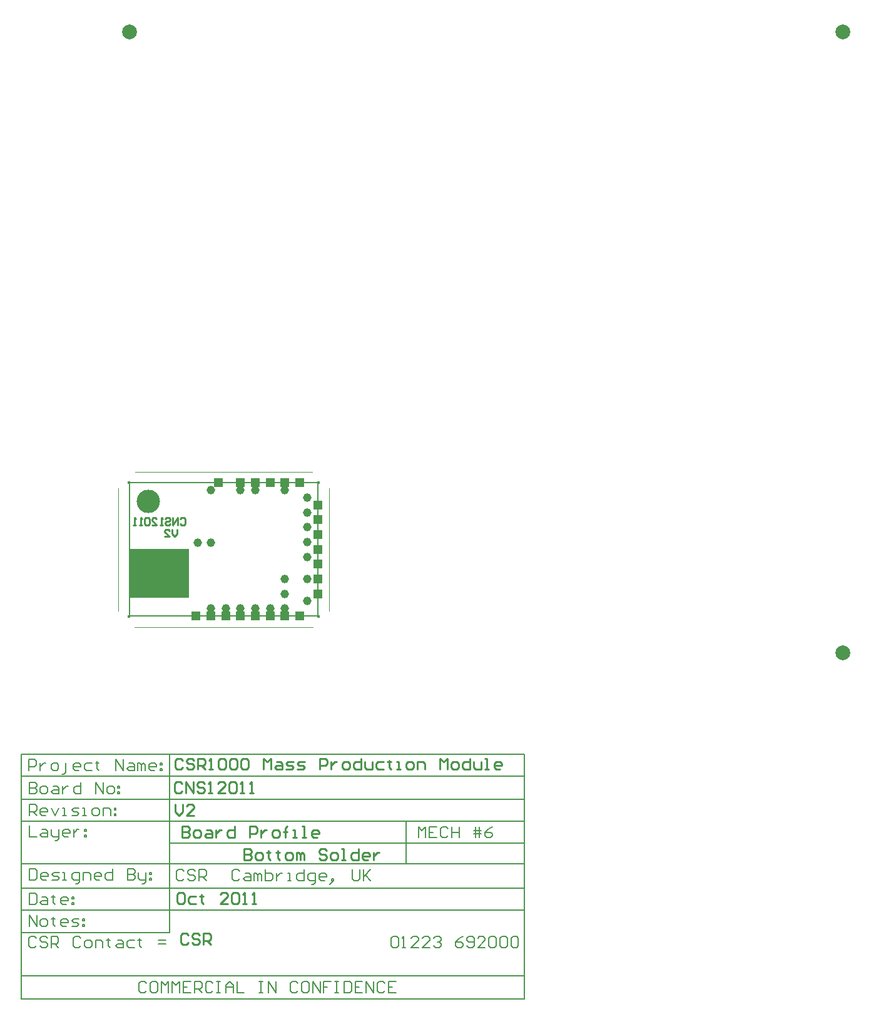
<source format=gbs>
%FSAX44Y44*%
%MOMM*%
G71*
G01*
G75*
G04 Layer_Color=16711935*
%ADD10R,0.6000X1.9000*%
%ADD11R,0.3500X0.5000*%
%ADD12R,0.5000X0.3500*%
%ADD13R,3.2000X3.2000*%
%ADD14R,1.4000X1.1000*%
%ADD15R,0.6000X1.2000*%
%ADD16R,1.3000X2.1000*%
%ADD17R,1.0000X1.2000*%
%ADD18R,0.5000X0.5000*%
%ADD19C,1.0000*%
%ADD20R,0.5000X0.5000*%
%ADD21C,0.2600*%
%ADD22C,0.2000*%
%ADD23C,0.1500*%
%ADD24C,0.4500*%
%ADD25C,0.3500*%
%ADD26C,0.1250*%
%ADD27C,0.4000*%
%ADD28C,0.2540*%
%ADD29C,0.3000*%
%ADD30C,0.5000*%
%ADD31C,0.0000*%
%ADD32C,0.1000*%
%ADD33R,1.0000X1.0000*%
%ADD34C,0.3000*%
%ADD35R,1.0000X1.0000*%
%ADD36C,3.0000*%
%ADD37C,0.6000*%
%ADD38C,0.0142*%
%ADD39C,0.0203*%
%ADD40C,0.0081*%
%ADD41R,8.0500X2.8750*%
%ADD42R,7.5500X1.0250*%
%ADD43R,0.7500X2.0500*%
%ADD44R,0.5100X0.6600*%
%ADD45R,0.6600X0.5100*%
%ADD46R,3.3600X3.3600*%
%ADD47R,1.5500X1.2500*%
%ADD48R,0.7600X1.3600*%
%ADD49R,1.4500X2.2500*%
%ADD50R,1.1500X1.3500*%
%ADD51R,0.6500X0.6500*%
%ADD52C,2.0000*%
%ADD53R,0.6500X0.6500*%
%ADD54R,1.1600X1.1600*%
%ADD55C,0.4500*%
%ADD56R,1.1600X1.1600*%
%ADD57C,3.1600*%
%ADD58C,0.7600*%
%ADD59C,1.1600*%
%ADD60R,8.0750X6.6000*%
%ADD61C,1.1500*%
D22*
X00967940Y00282760D02*
Y00432640D01*
X00287837Y00282569D02*
X00967836D01*
X00807837Y00465498D02*
Y00522569D01*
X00487940Y00493569D02*
X00761837D01*
X00487940Y00405173D02*
Y00432640D01*
X00287940Y00416569D02*
Y00432640D01*
X00757836Y00493569D02*
X00967940D01*
X00287837Y00372569D02*
X00487836D01*
X00287940Y00282760D02*
Y00416569D01*
Y00613760D02*
X00967940Y00613640D01*
X00287940Y00552640D02*
X00477940Y00552640D01*
X00287940Y00522640D02*
X00477940D01*
X00287940Y00432640D02*
X00477940D01*
X00287940Y00402640D02*
X00477940D01*
X00487940Y00432640D02*
Y00613760D01*
X00287940Y00432640D02*
Y00613760D01*
X00477940Y00552640D02*
X00967940D01*
X00477940Y00522640D02*
X00967940D01*
X00477940Y00432640D02*
X00967940D01*
X00477940Y00402640D02*
X00967940D01*
Y00432640D02*
Y00613640D01*
X00487940Y00372569D02*
Y00405173D01*
X00287940Y00465569D02*
X00967940D01*
X00287940Y00583569D02*
X00967940D01*
X00287940Y00313569D02*
X00967940D01*
X00456937Y00303256D02*
X00454437Y00305755D01*
X00449439D01*
X00446940Y00303256D01*
Y00293259D01*
X00449439Y00290760D01*
X00454437D01*
X00456937Y00293259D01*
X00469433Y00305755D02*
X00464434D01*
X00461935Y00303256D01*
Y00293259D01*
X00464434Y00290760D01*
X00469433D01*
X00471932Y00293259D01*
Y00303256D01*
X00469433Y00305755D01*
X00476930Y00290760D02*
Y00305755D01*
X00481929Y00300757D01*
X00486927Y00305755D01*
Y00290760D01*
X00491925D02*
Y00305755D01*
X00496924Y00300757D01*
X00501922Y00305755D01*
Y00290760D01*
X00516917Y00305755D02*
X00506921D01*
Y00290760D01*
X00516917D01*
X00506921Y00298258D02*
X00511919D01*
X00521916Y00290760D02*
Y00305755D01*
X00529413D01*
X00531912Y00303256D01*
Y00298258D01*
X00529413Y00295758D01*
X00521916D01*
X00526914D02*
X00531912Y00290760D01*
X00546908Y00303256D02*
X00544408Y00305755D01*
X00539410D01*
X00536911Y00303256D01*
Y00293259D01*
X00539410Y00290760D01*
X00544408D01*
X00546908Y00293259D01*
X00551906Y00305755D02*
X00556904D01*
X00554405D01*
Y00290760D01*
X00551906D01*
X00556904D01*
X00564402D02*
Y00300757D01*
X00569400Y00305755D01*
X00574399Y00300757D01*
Y00290760D01*
Y00298258D01*
X00564402D01*
X00579397Y00305755D02*
Y00290760D01*
X00589394D01*
X00609387Y00305755D02*
X00614386D01*
X00611887D01*
Y00290760D01*
X00609387D01*
X00614386D01*
X00621883D02*
Y00305755D01*
X00631880Y00290760D01*
Y00305755D01*
X00661870Y00303256D02*
X00659371Y00305755D01*
X00654373D01*
X00651874Y00303256D01*
Y00293259D01*
X00654373Y00290760D01*
X00659371D01*
X00661870Y00293259D01*
X00674366Y00305755D02*
X00669368D01*
X00666869Y00303256D01*
Y00293259D01*
X00669368Y00290760D01*
X00674366D01*
X00676865Y00293259D01*
Y00303256D01*
X00674366Y00305755D01*
X00681864Y00290760D02*
Y00305755D01*
X00691861Y00290760D01*
Y00305755D01*
X00706856D02*
X00696859D01*
Y00298258D01*
X00701857D01*
X00696859D01*
Y00290760D01*
X00711854Y00305755D02*
X00716853D01*
X00714353D01*
Y00290760D01*
X00711854D01*
X00716853D01*
X00724350Y00305755D02*
Y00290760D01*
X00731848D01*
X00734347Y00293259D01*
Y00303256D01*
X00731848Y00305755D01*
X00724350D01*
X00749342D02*
X00739345D01*
Y00290760D01*
X00749342D01*
X00739345Y00298258D02*
X00744344D01*
X00754341Y00290760D02*
Y00305755D01*
X00764337Y00290760D01*
Y00305755D01*
X00779332Y00303256D02*
X00776833Y00305755D01*
X00771835D01*
X00769336Y00303256D01*
Y00293259D01*
X00771835Y00290760D01*
X00776833D01*
X00779332Y00293259D01*
X00794327Y00305755D02*
X00784331D01*
Y00290760D01*
X00794327D01*
X00784331Y00298258D02*
X00789329D01*
X00298336Y00380569D02*
Y00395564D01*
X00308333Y00380569D01*
Y00395564D01*
X00315831Y00380569D02*
X00320829D01*
X00323328Y00383068D01*
Y00388067D01*
X00320829Y00390566D01*
X00315831D01*
X00313332Y00388067D01*
Y00383068D01*
X00315831Y00380569D01*
X00330826Y00393065D02*
Y00390566D01*
X00328327D01*
X00333325D01*
X00330826D01*
Y00383068D01*
X00333325Y00380569D01*
X00348320D02*
X00343322D01*
X00340823Y00383068D01*
Y00388067D01*
X00343322Y00390566D01*
X00348320D01*
X00350819Y00388067D01*
Y00385568D01*
X00340823D01*
X00355818Y00380569D02*
X00363315D01*
X00365815Y00383068D01*
X00363315Y00385568D01*
X00358317D01*
X00355818Y00388067D01*
X00358317Y00390566D01*
X00365815D01*
X00370813D02*
X00373312D01*
Y00388067D01*
X00370813D01*
Y00390566D01*
Y00383068D02*
X00373312D01*
Y00380569D01*
X00370813D01*
Y00383068D01*
X00298336Y00530569D02*
Y00545564D01*
X00305834D01*
X00308333Y00543065D01*
Y00538067D01*
X00305834Y00535568D01*
X00298336D01*
X00303335D02*
X00308333Y00530569D01*
X00320829D02*
X00315831D01*
X00313332Y00533068D01*
Y00538067D01*
X00315831Y00540566D01*
X00320829D01*
X00323328Y00538067D01*
Y00535568D01*
X00313332D01*
X00328327Y00540566D02*
X00333325Y00530569D01*
X00338324Y00540566D01*
X00343322Y00530569D02*
X00348320D01*
X00345821D01*
Y00540566D01*
X00343322D01*
X00355818Y00530569D02*
X00363315D01*
X00365815Y00533068D01*
X00363315Y00535568D01*
X00358317D01*
X00355818Y00538067D01*
X00358317Y00540566D01*
X00365815D01*
X00370813Y00530569D02*
X00375811D01*
X00373312D01*
Y00540566D01*
X00370813D01*
X00385808Y00530569D02*
X00390807D01*
X00393306Y00533068D01*
Y00538067D01*
X00390807Y00540566D01*
X00385808D01*
X00383309Y00538067D01*
Y00533068D01*
X00385808Y00530569D01*
X00398304D02*
Y00540566D01*
X00405802D01*
X00408301Y00538067D01*
Y00530569D01*
X00413299Y00540566D02*
X00415798D01*
Y00538067D01*
X00413299D01*
Y00540566D01*
Y00533068D02*
X00415798D01*
Y00530569D01*
X00413299D01*
Y00533068D01*
X00298336Y00516564D02*
Y00501569D01*
X00308333D01*
X00315831Y00511566D02*
X00320829D01*
X00323328Y00509067D01*
Y00501569D01*
X00315831D01*
X00313332Y00504068D01*
X00315831Y00506567D01*
X00323328D01*
X00328327Y00511566D02*
Y00504068D01*
X00330826Y00501569D01*
X00338324D01*
Y00499070D01*
X00335824Y00496571D01*
X00333325D01*
X00338324Y00501569D02*
Y00511566D01*
X00350819Y00501569D02*
X00345821D01*
X00343322Y00504068D01*
Y00509067D01*
X00345821Y00511566D01*
X00350819D01*
X00353319Y00509067D01*
Y00506567D01*
X00343322D01*
X00358317Y00511566D02*
Y00501569D01*
Y00506567D01*
X00360816Y00509067D01*
X00363315Y00511566D01*
X00365815D01*
X00373312D02*
X00375811D01*
Y00509067D01*
X00373312D01*
Y00511566D01*
Y00504068D02*
X00375811D01*
Y00501569D01*
X00373312D01*
Y00504068D01*
X00298836Y00458564D02*
Y00443569D01*
X00306334D01*
X00308833Y00446068D01*
Y00456065D01*
X00306334Y00458564D01*
X00298836D01*
X00321329Y00443569D02*
X00316331D01*
X00313832Y00446068D01*
Y00451067D01*
X00316331Y00453566D01*
X00321329D01*
X00323828Y00451067D01*
Y00448568D01*
X00313832D01*
X00328827Y00443569D02*
X00336324D01*
X00338824Y00446068D01*
X00336324Y00448568D01*
X00331326D01*
X00328827Y00451067D01*
X00331326Y00453566D01*
X00338824D01*
X00343822Y00443569D02*
X00348820D01*
X00346321D01*
Y00453566D01*
X00343822D01*
X00361316Y00438571D02*
X00363815D01*
X00366315Y00441070D01*
Y00453566D01*
X00358817D01*
X00356318Y00451067D01*
Y00446068D01*
X00358817Y00443569D01*
X00366315D01*
X00371313D02*
Y00453566D01*
X00378811D01*
X00381310Y00451067D01*
Y00443569D01*
X00393806D02*
X00388807D01*
X00386308Y00446068D01*
Y00451067D01*
X00388807Y00453566D01*
X00393806D01*
X00396305Y00451067D01*
Y00448568D01*
X00386308D01*
X00411300Y00458564D02*
Y00443569D01*
X00403802D01*
X00401303Y00446068D01*
Y00451067D01*
X00403802Y00453566D01*
X00411300D01*
X00431293Y00458564D02*
Y00443569D01*
X00438791D01*
X00441290Y00446068D01*
Y00448568D01*
X00438791Y00451067D01*
X00431293D01*
X00438791D01*
X00441290Y00453566D01*
Y00456065D01*
X00438791Y00458564D01*
X00431293D01*
X00446289Y00453566D02*
Y00446068D01*
X00448788Y00443569D01*
X00456285D01*
Y00441070D01*
X00453786Y00438571D01*
X00451287D01*
X00456285Y00443569D02*
Y00453566D01*
X00461284D02*
X00463783D01*
Y00451067D01*
X00461284D01*
Y00453566D01*
Y00446068D02*
X00463783D01*
Y00443569D01*
X00461284D01*
Y00446068D01*
X00298336Y00425564D02*
Y00410569D01*
X00305834D01*
X00308333Y00413068D01*
Y00423065D01*
X00305834Y00425564D01*
X00298336D01*
X00315831Y00420566D02*
X00320829D01*
X00323328Y00418067D01*
Y00410569D01*
X00315831D01*
X00313332Y00413068D01*
X00315831Y00415568D01*
X00323328D01*
X00330826Y00423065D02*
Y00420566D01*
X00328327D01*
X00333325D01*
X00330826D01*
Y00413068D01*
X00333325Y00410569D01*
X00348320D02*
X00343322D01*
X00340823Y00413068D01*
Y00418067D01*
X00343322Y00420566D01*
X00348320D01*
X00350819Y00418067D01*
Y00415568D01*
X00340823D01*
X00355818Y00420566D02*
X00358317D01*
Y00418067D01*
X00355818D01*
Y00420566D01*
Y00413068D02*
X00358317D01*
Y00410569D01*
X00355818D01*
Y00413068D01*
X00507937Y00455136D02*
X00505438Y00457635D01*
X00500439D01*
X00497940Y00455136D01*
Y00445139D01*
X00500439Y00442640D01*
X00505438D01*
X00507937Y00445139D01*
X00522932Y00455136D02*
X00520433Y00457635D01*
X00515434D01*
X00512935Y00455136D01*
Y00452637D01*
X00515434Y00450137D01*
X00520433D01*
X00522932Y00447638D01*
Y00445139D01*
X00520433Y00442640D01*
X00515434D01*
X00512935Y00445139D01*
X00527930Y00442640D02*
Y00457635D01*
X00535428D01*
X00537927Y00455136D01*
Y00450137D01*
X00535428Y00447638D01*
X00527930D01*
X00532929D02*
X00537927Y00442640D01*
X00582912Y00455136D02*
X00580413Y00457635D01*
X00575415D01*
X00572916Y00455136D01*
Y00445139D01*
X00575415Y00442640D01*
X00580413D01*
X00582912Y00445139D01*
X00590410Y00452637D02*
X00595409D01*
X00597908Y00450137D01*
Y00442640D01*
X00590410D01*
X00587911Y00445139D01*
X00590410Y00447638D01*
X00597908D01*
X00602906Y00442640D02*
Y00452637D01*
X00605405D01*
X00607904Y00450137D01*
Y00442640D01*
Y00450137D01*
X00610404Y00452637D01*
X00612903Y00450137D01*
Y00442640D01*
X00617901Y00457635D02*
Y00442640D01*
X00625399D01*
X00627898Y00445139D01*
Y00447638D01*
Y00450137D01*
X00625399Y00452637D01*
X00617901D01*
X00632896D02*
Y00442640D01*
Y00447638D01*
X00635396Y00450137D01*
X00637895Y00452637D01*
X00640394D01*
X00647891Y00442640D02*
X00652890D01*
X00650391D01*
Y00452637D01*
X00647891D01*
X00670384Y00457635D02*
Y00442640D01*
X00662887D01*
X00660387Y00445139D01*
Y00450137D01*
X00662887Y00452637D01*
X00670384D01*
X00680381Y00437641D02*
X00682880D01*
X00685379Y00440141D01*
Y00452637D01*
X00677882D01*
X00675383Y00450137D01*
Y00445139D01*
X00677882Y00442640D01*
X00685379D01*
X00697875D02*
X00692877D01*
X00690378Y00445139D01*
Y00450137D01*
X00692877Y00452637D01*
X00697875D01*
X00700375Y00450137D01*
Y00447638D01*
X00690378D01*
X00707872Y00440141D02*
X00710371Y00442640D01*
Y00445139D01*
X00707872D01*
Y00442640D01*
X00710371D01*
X00707872Y00440141D01*
X00705373Y00437641D01*
X00735363Y00457635D02*
Y00445139D01*
X00737862Y00442640D01*
X00742861D01*
X00745360Y00445139D01*
Y00457635D01*
X00750358D02*
Y00442640D01*
Y00447638D01*
X00760355Y00457635D01*
X00752858Y00450137D01*
X00760355Y00442640D01*
X00824837Y00500569D02*
Y00515564D01*
X00829835Y00510566D01*
X00834834Y00515564D01*
Y00500569D01*
X00849829Y00515564D02*
X00839832D01*
Y00500569D01*
X00849829D01*
X00839832Y00508067D02*
X00844830D01*
X00864824Y00513065D02*
X00862325Y00515564D01*
X00857327D01*
X00854827Y00513065D01*
Y00503068D01*
X00857327Y00500569D01*
X00862325D01*
X00864824Y00503068D01*
X00869822Y00515564D02*
Y00500569D01*
Y00508067D01*
X00879819D01*
Y00515564D01*
Y00500569D01*
X00902312D02*
Y00515564D01*
X00907310D02*
Y00500569D01*
X00899813Y00510566D02*
X00907310D01*
X00909809D01*
X00899813Y00505567D02*
X00909809D01*
X00924805Y00515564D02*
X00919806Y00513065D01*
X00914808Y00508067D01*
Y00503068D01*
X00917307Y00500569D01*
X00922305D01*
X00924805Y00503068D01*
Y00505567D01*
X00922305Y00508067D01*
X00914808D01*
X00298336Y00575564D02*
Y00560569D01*
X00305834D01*
X00308333Y00563068D01*
Y00565568D01*
X00305834Y00568067D01*
X00298336D01*
X00305834D01*
X00308333Y00570566D01*
Y00573065D01*
X00305834Y00575564D01*
X00298336D01*
X00315831Y00560569D02*
X00320829D01*
X00323328Y00563068D01*
Y00568067D01*
X00320829Y00570566D01*
X00315831D01*
X00313332Y00568067D01*
Y00563068D01*
X00315831Y00560569D01*
X00330826Y00570566D02*
X00335824D01*
X00338324Y00568067D01*
Y00560569D01*
X00330826D01*
X00328327Y00563068D01*
X00330826Y00565568D01*
X00338324D01*
X00343322Y00570566D02*
Y00560569D01*
Y00565568D01*
X00345821Y00568067D01*
X00348320Y00570566D01*
X00350819D01*
X00368314Y00575564D02*
Y00560569D01*
X00360816D01*
X00358317Y00563068D01*
Y00568067D01*
X00360816Y00570566D01*
X00368314D01*
X00388307Y00560569D02*
Y00575564D01*
X00398304Y00560569D01*
Y00575564D01*
X00405802Y00560569D02*
X00410800D01*
X00413299Y00563068D01*
Y00568067D01*
X00410800Y00570566D01*
X00405802D01*
X00403302Y00568067D01*
Y00563068D01*
X00405802Y00560569D01*
X00418298Y00570566D02*
X00420797D01*
Y00568067D01*
X00418298D01*
Y00570566D01*
Y00563068D02*
X00420797D01*
Y00560569D01*
X00418298D01*
Y00563068D01*
X00307937Y00364256D02*
X00305438Y00366755D01*
X00300439D01*
X00297940Y00364256D01*
Y00354259D01*
X00300439Y00351760D01*
X00305438D01*
X00307937Y00354259D01*
X00322932Y00364256D02*
X00320433Y00366755D01*
X00315434D01*
X00312935Y00364256D01*
Y00361757D01*
X00315434Y00359258D01*
X00320433D01*
X00322932Y00356758D01*
Y00354259D01*
X00320433Y00351760D01*
X00315434D01*
X00312935Y00354259D01*
X00327930Y00351760D02*
Y00366755D01*
X00335428D01*
X00337927Y00364256D01*
Y00359258D01*
X00335428Y00356758D01*
X00327930D01*
X00332929D02*
X00337927Y00351760D01*
X00367917Y00364256D02*
X00365418Y00366755D01*
X00360420D01*
X00357921Y00364256D01*
Y00354259D01*
X00360420Y00351760D01*
X00365418D01*
X00367917Y00354259D01*
X00375415Y00351760D02*
X00380413D01*
X00382912Y00354259D01*
Y00359258D01*
X00380413Y00361757D01*
X00375415D01*
X00372916Y00359258D01*
Y00354259D01*
X00375415Y00351760D01*
X00387911D02*
Y00361757D01*
X00395408D01*
X00397908Y00359258D01*
Y00351760D01*
X00405405Y00364256D02*
Y00361757D01*
X00402906D01*
X00407904D01*
X00405405D01*
Y00354259D01*
X00407904Y00351760D01*
X00417901Y00361757D02*
X00422900D01*
X00425399Y00359258D01*
Y00351760D01*
X00417901D01*
X00415402Y00354259D01*
X00417901Y00356758D01*
X00425399D01*
X00440394Y00361757D02*
X00432896D01*
X00430397Y00359258D01*
Y00354259D01*
X00432896Y00351760D01*
X00440394D01*
X00447891Y00364256D02*
Y00361757D01*
X00445392D01*
X00450391D01*
X00447891D01*
Y00354259D01*
X00450391Y00351760D01*
X00472883Y00356758D02*
X00482880D01*
X00472883Y00361757D02*
X00482880D01*
X00787781Y00364256D02*
X00790281Y00366755D01*
X00795279D01*
X00797778Y00364256D01*
Y00354259D01*
X00795279Y00351760D01*
X00790281D01*
X00787781Y00354259D01*
Y00364256D01*
X00802776Y00351760D02*
X00807775D01*
X00805276D01*
Y00366755D01*
X00802776Y00364256D01*
X00825269Y00351760D02*
X00815273D01*
X00825269Y00361757D01*
Y00364256D01*
X00822770Y00366755D01*
X00817772D01*
X00815273Y00364256D01*
X00840264Y00351760D02*
X00830268D01*
X00840264Y00361757D01*
Y00364256D01*
X00837765Y00366755D01*
X00832767D01*
X00830268Y00364256D01*
X00845263D02*
X00847762Y00366755D01*
X00852760D01*
X00855259Y00364256D01*
Y00361757D01*
X00852760Y00359258D01*
X00850261D01*
X00852760D01*
X00855259Y00356758D01*
Y00354259D01*
X00852760Y00351760D01*
X00847762D01*
X00845263Y00354259D01*
X00885250Y00366755D02*
X00880251Y00364256D01*
X00875253Y00359258D01*
Y00354259D01*
X00877752Y00351760D01*
X00882751D01*
X00885250Y00354259D01*
Y00356758D01*
X00882751Y00359258D01*
X00875253D01*
X00890248Y00354259D02*
X00892747Y00351760D01*
X00897746D01*
X00900245Y00354259D01*
Y00364256D01*
X00897746Y00366755D01*
X00892747D01*
X00890248Y00364256D01*
Y00361757D01*
X00892747Y00359258D01*
X00900245D01*
X00915240Y00351760D02*
X00905243D01*
X00915240Y00361757D01*
Y00364256D01*
X00912741Y00366755D01*
X00907742D01*
X00905243Y00364256D01*
X00920238D02*
X00922738Y00366755D01*
X00927736D01*
X00930235Y00364256D01*
Y00354259D01*
X00927736Y00351760D01*
X00922738D01*
X00920238Y00354259D01*
Y00364256D01*
X00935234D02*
X00937733Y00366755D01*
X00942731D01*
X00945230Y00364256D01*
Y00354259D01*
X00942731Y00351760D01*
X00937733D01*
X00935234Y00354259D01*
Y00364256D01*
X00950229D02*
X00952728Y00366755D01*
X00957726D01*
X00960226Y00364256D01*
Y00354259D01*
X00957726Y00351760D01*
X00952728D01*
X00950229Y00354259D01*
Y00364256D01*
X00297940Y00591760D02*
Y00606755D01*
X00305438D01*
X00307937Y00604256D01*
Y00599258D01*
X00305438Y00596758D01*
X00297940D01*
X00312935Y00601757D02*
Y00591760D01*
Y00596758D01*
X00315434Y00599258D01*
X00317934Y00601757D01*
X00320433D01*
X00330429Y00591760D02*
X00335428D01*
X00337927Y00594259D01*
Y00599258D01*
X00335428Y00601757D01*
X00330429D01*
X00327930Y00599258D01*
Y00594259D01*
X00330429Y00591760D01*
X00342925Y00586762D02*
X00345425D01*
X00347924Y00589261D01*
Y00601757D01*
X00365418Y00591760D02*
X00360420D01*
X00357921Y00594259D01*
Y00599258D01*
X00360420Y00601757D01*
X00365418D01*
X00367917Y00599258D01*
Y00596758D01*
X00357921D01*
X00382912Y00601757D02*
X00375415D01*
X00372916Y00599258D01*
Y00594259D01*
X00375415Y00591760D01*
X00382912D01*
X00390410Y00604256D02*
Y00601757D01*
X00387911D01*
X00392909D01*
X00390410D01*
Y00594259D01*
X00392909Y00591760D01*
X00415402D02*
Y00606755D01*
X00425399Y00591760D01*
Y00606755D01*
X00432896Y00601757D02*
X00437895D01*
X00440394Y00599258D01*
Y00591760D01*
X00432896D01*
X00430397Y00594259D01*
X00432896Y00596758D01*
X00440394D01*
X00445392Y00591760D02*
Y00601757D01*
X00447891D01*
X00450391Y00599258D01*
Y00591760D01*
Y00599258D01*
X00452890Y00601757D01*
X00455389Y00599258D01*
Y00591760D01*
X00467885D02*
X00462887D01*
X00460387Y00594259D01*
Y00599258D01*
X00462887Y00601757D01*
X00467885D01*
X00470384Y00599258D01*
Y00596758D01*
X00460387D01*
X00475382Y00601757D02*
X00477882D01*
Y00599258D01*
X00475382D01*
Y00601757D01*
Y00594259D02*
X00477882D01*
Y00591760D01*
X00475382D01*
Y00594259D01*
D23*
X00434140Y00800600D02*
Y00980600D01*
X00689140D01*
Y00800600D02*
Y00980600D01*
X00434140Y00800600D02*
X00689140D01*
D28*
X00502476Y00931531D02*
X00504142Y00933197D01*
X00507474D01*
X00509140Y00931531D01*
Y00924866D01*
X00507474Y00923200D01*
X00504142D01*
X00502476Y00924866D01*
X00499143Y00923200D02*
Y00933197D01*
X00492479Y00923200D01*
Y00933197D01*
X00482482Y00931531D02*
X00484148Y00933197D01*
X00487480D01*
X00489146Y00931531D01*
Y00929865D01*
X00487480Y00928198D01*
X00484148D01*
X00482482Y00926532D01*
Y00924866D01*
X00484148Y00923200D01*
X00487480D01*
X00489146Y00924866D01*
X00479150Y00923200D02*
X00475817D01*
X00477484D01*
Y00933197D01*
X00479150Y00931531D01*
X00464155Y00923200D02*
X00470819D01*
X00464155Y00929865D01*
Y00931531D01*
X00465821Y00933197D01*
X00469153D01*
X00470819Y00931531D01*
X00460822D02*
X00459156Y00933197D01*
X00455824D01*
X00454158Y00931531D01*
Y00924866D01*
X00455824Y00923200D01*
X00459156D01*
X00460822Y00924866D01*
Y00931531D01*
X00450826Y00923200D02*
X00447493D01*
X00449159D01*
Y00933197D01*
X00450826Y00931531D01*
X00442495Y00923200D02*
X00439163D01*
X00440829D01*
Y00933197D01*
X00442495Y00931531D01*
X00589140Y00485835D02*
Y00470600D01*
X00596758D01*
X00599297Y00473139D01*
Y00475678D01*
X00596758Y00478218D01*
X00589140D01*
X00596758D01*
X00599297Y00480757D01*
Y00483296D01*
X00596758Y00485835D01*
X00589140D01*
X00606914Y00470600D02*
X00611993D01*
X00614532Y00473139D01*
Y00478218D01*
X00611993Y00480757D01*
X00606914D01*
X00604375Y00478218D01*
Y00473139D01*
X00606914Y00470600D01*
X00622149Y00483296D02*
Y00480757D01*
X00619610D01*
X00624688D01*
X00622149D01*
Y00473139D01*
X00624688Y00470600D01*
X00634845Y00483296D02*
Y00480757D01*
X00632306D01*
X00637384D01*
X00634845D01*
Y00473139D01*
X00637384Y00470600D01*
X00647541D02*
X00652619D01*
X00655159Y00473139D01*
Y00478218D01*
X00652619Y00480757D01*
X00647541D01*
X00645002Y00478218D01*
Y00473139D01*
X00647541Y00470600D01*
X00660237D02*
Y00480757D01*
X00662776D01*
X00665315Y00478218D01*
Y00470600D01*
Y00478218D01*
X00667855Y00480757D01*
X00670394Y00478218D01*
Y00470600D01*
X00700864Y00483296D02*
X00698325Y00485835D01*
X00693246D01*
X00690707Y00483296D01*
Y00480757D01*
X00693246Y00478218D01*
X00698325D01*
X00700864Y00475678D01*
Y00473139D01*
X00698325Y00470600D01*
X00693246D01*
X00690707Y00473139D01*
X00708481Y00470600D02*
X00713560D01*
X00716099Y00473139D01*
Y00478218D01*
X00713560Y00480757D01*
X00708481D01*
X00705942Y00478218D01*
Y00473139D01*
X00708481Y00470600D01*
X00721177D02*
X00726256D01*
X00723717D01*
Y00485835D01*
X00721177D01*
X00744030D02*
Y00470600D01*
X00736412D01*
X00733873Y00473139D01*
Y00478218D01*
X00736412Y00480757D01*
X00744030D01*
X00756726Y00470600D02*
X00751647D01*
X00749108Y00473139D01*
Y00478218D01*
X00751647Y00480757D01*
X00756726D01*
X00759265Y00478218D01*
Y00475678D01*
X00749108D01*
X00764343Y00480757D02*
Y00470600D01*
Y00475678D01*
X00766882Y00478218D01*
X00769422Y00480757D01*
X00771961D01*
X00498240Y00917797D02*
Y00911132D01*
X00494908Y00907800D01*
X00491576Y00911132D01*
Y00917797D01*
X00481579Y00907800D02*
X00488243D01*
X00481579Y00914464D01*
Y00916131D01*
X00483245Y00917797D01*
X00486577D01*
X00488243Y00916131D01*
X00505070Y00516085D02*
Y00500850D01*
X00512687D01*
X00515227Y00503389D01*
Y00505928D01*
X00512687Y00508467D01*
X00505070D01*
X00512687D01*
X00515227Y00511007D01*
Y00513546D01*
X00512687Y00516085D01*
X00505070D01*
X00522844Y00500850D02*
X00527923D01*
X00530462Y00503389D01*
Y00508467D01*
X00527923Y00511007D01*
X00522844D01*
X00520305Y00508467D01*
Y00503389D01*
X00522844Y00500850D01*
X00538079Y00511007D02*
X00543158D01*
X00545697Y00508467D01*
Y00500850D01*
X00538079D01*
X00535540Y00503389D01*
X00538079Y00505928D01*
X00545697D01*
X00550775Y00511007D02*
Y00500850D01*
Y00505928D01*
X00553314Y00508467D01*
X00555854Y00511007D01*
X00558393D01*
X00576167Y00516085D02*
Y00500850D01*
X00568549D01*
X00566010Y00503389D01*
Y00508467D01*
X00568549Y00511007D01*
X00576167D01*
X00596480Y00500850D02*
Y00516085D01*
X00604098D01*
X00606637Y00513546D01*
Y00508467D01*
X00604098Y00505928D01*
X00596480D01*
X00611716Y00511007D02*
Y00500850D01*
Y00505928D01*
X00614255Y00508467D01*
X00616794Y00511007D01*
X00619333D01*
X00629490Y00500850D02*
X00634568D01*
X00637107Y00503389D01*
Y00508467D01*
X00634568Y00511007D01*
X00629490D01*
X00626951Y00508467D01*
Y00503389D01*
X00629490Y00500850D01*
X00644725D02*
Y00513546D01*
Y00508467D01*
X00642186D01*
X00647264D01*
X00644725D01*
Y00513546D01*
X00647264Y00516085D01*
X00654882Y00500850D02*
X00659960D01*
X00657421D01*
Y00511007D01*
X00654882D01*
X00667577Y00500850D02*
X00672656D01*
X00670117D01*
Y00516085D01*
X00667577D01*
X00687891Y00500850D02*
X00682812D01*
X00680273Y00503389D01*
Y00508467D01*
X00682812Y00511007D01*
X00687891D01*
X00690430Y00508467D01*
Y00505928D01*
X00680273D01*
X00506097Y00605456D02*
X00503558Y00607995D01*
X00498479D01*
X00495940Y00605456D01*
Y00595299D01*
X00498479Y00592760D01*
X00503558D01*
X00506097Y00595299D01*
X00521332Y00605456D02*
X00518793Y00607995D01*
X00513714D01*
X00511175Y00605456D01*
Y00602917D01*
X00513714Y00600378D01*
X00518793D01*
X00521332Y00597838D01*
Y00595299D01*
X00518793Y00592760D01*
X00513714D01*
X00511175Y00595299D01*
X00526410Y00592760D02*
Y00607995D01*
X00534028D01*
X00536567Y00605456D01*
Y00600378D01*
X00534028Y00597838D01*
X00526410D01*
X00531488D02*
X00536567Y00592760D01*
X00541645D02*
X00546724D01*
X00544184D01*
Y00607995D01*
X00541645Y00605456D01*
X00554341D02*
X00556880Y00607995D01*
X00561959D01*
X00564498Y00605456D01*
Y00595299D01*
X00561959Y00592760D01*
X00556880D01*
X00554341Y00595299D01*
Y00605456D01*
X00569576D02*
X00572115Y00607995D01*
X00577194D01*
X00579733Y00605456D01*
Y00595299D01*
X00577194Y00592760D01*
X00572115D01*
X00569576Y00595299D01*
Y00605456D01*
X00584811D02*
X00587350Y00607995D01*
X00592429D01*
X00594968Y00605456D01*
Y00595299D01*
X00592429Y00592760D01*
X00587350D01*
X00584811Y00595299D01*
Y00605456D01*
X00615281Y00592760D02*
Y00607995D01*
X00620360Y00602917D01*
X00625438Y00607995D01*
Y00592760D01*
X00633056Y00602917D02*
X00638134D01*
X00640673Y00600378D01*
Y00592760D01*
X00633056D01*
X00630517Y00595299D01*
X00633056Y00597838D01*
X00640673D01*
X00645751Y00592760D02*
X00653369D01*
X00655908Y00595299D01*
X00653369Y00597838D01*
X00648291D01*
X00645751Y00600378D01*
X00648291Y00602917D01*
X00655908D01*
X00660987Y00592760D02*
X00668604D01*
X00671143Y00595299D01*
X00668604Y00597838D01*
X00663526D01*
X00660987Y00600378D01*
X00663526Y00602917D01*
X00671143D01*
X00691457Y00592760D02*
Y00607995D01*
X00699074D01*
X00701613Y00605456D01*
Y00600378D01*
X00699074Y00597838D01*
X00691457D01*
X00706692Y00602917D02*
Y00592760D01*
Y00597838D01*
X00709231Y00600378D01*
X00711770Y00602917D01*
X00714309D01*
X00724466Y00592760D02*
X00729544D01*
X00732084Y00595299D01*
Y00600378D01*
X00729544Y00602917D01*
X00724466D01*
X00721927Y00600378D01*
Y00595299D01*
X00724466Y00592760D01*
X00747319Y00607995D02*
Y00592760D01*
X00739701D01*
X00737162Y00595299D01*
Y00600378D01*
X00739701Y00602917D01*
X00747319D01*
X00752397D02*
Y00595299D01*
X00754936Y00592760D01*
X00762554D01*
Y00602917D01*
X00777789D02*
X00770171D01*
X00767632Y00600378D01*
Y00595299D01*
X00770171Y00592760D01*
X00777789D01*
X00785406Y00605456D02*
Y00602917D01*
X00782867D01*
X00787945D01*
X00785406D01*
Y00595299D01*
X00787945Y00592760D01*
X00795563D02*
X00800641D01*
X00798102D01*
Y00602917D01*
X00795563D01*
X00810798Y00592760D02*
X00815876D01*
X00818416Y00595299D01*
Y00600378D01*
X00815876Y00602917D01*
X00810798D01*
X00808259Y00600378D01*
Y00595299D01*
X00810798Y00592760D01*
X00823494D02*
Y00602917D01*
X00831112D01*
X00833651Y00600378D01*
Y00592760D01*
X00853964D02*
Y00607995D01*
X00859043Y00602917D01*
X00864121Y00607995D01*
Y00592760D01*
X00871738D02*
X00876817D01*
X00879356Y00595299D01*
Y00600378D01*
X00876817Y00602917D01*
X00871738D01*
X00869199Y00600378D01*
Y00595299D01*
X00871738Y00592760D01*
X00894591Y00607995D02*
Y00592760D01*
X00886973D01*
X00884434Y00595299D01*
Y00600378D01*
X00886973Y00602917D01*
X00894591D01*
X00899669D02*
Y00595299D01*
X00902209Y00592760D01*
X00909826D01*
Y00602917D01*
X00914904Y00592760D02*
X00919983D01*
X00917444D01*
Y00607995D01*
X00914904D01*
X00935218Y00592760D02*
X00930139D01*
X00927600Y00595299D01*
Y00600378D01*
X00930139Y00602917D01*
X00935218D01*
X00937757Y00600378D01*
Y00597838D01*
X00927600D01*
X00505097Y00573706D02*
X00502557Y00576245D01*
X00497479D01*
X00494940Y00573706D01*
Y00563549D01*
X00497479Y00561010D01*
X00502557D01*
X00505097Y00563549D01*
X00510175Y00561010D02*
Y00576245D01*
X00520332Y00561010D01*
Y00576245D01*
X00535567Y00573706D02*
X00533028Y00576245D01*
X00527949D01*
X00525410Y00573706D01*
Y00571167D01*
X00527949Y00568628D01*
X00533028D01*
X00535567Y00566088D01*
Y00563549D01*
X00533028Y00561010D01*
X00527949D01*
X00525410Y00563549D01*
X00540645Y00561010D02*
X00545724D01*
X00543184D01*
Y00576245D01*
X00540645Y00573706D01*
X00563498Y00561010D02*
X00553341D01*
X00563498Y00571167D01*
Y00573706D01*
X00560959Y00576245D01*
X00555880D01*
X00553341Y00573706D01*
X00568576D02*
X00571115Y00576245D01*
X00576194D01*
X00578733Y00573706D01*
Y00563549D01*
X00576194Y00561010D01*
X00571115D01*
X00568576Y00563549D01*
Y00573706D01*
X00583811Y00561010D02*
X00588890D01*
X00586350D01*
Y00576245D01*
X00583811Y00573706D01*
X00596507Y00561010D02*
X00601586D01*
X00599046D01*
Y00576245D01*
X00596507Y00573706D01*
X00495690Y00545495D02*
Y00535338D01*
X00500768Y00530260D01*
X00505847Y00535338D01*
Y00545495D01*
X00521082Y00530260D02*
X00510925D01*
X00521082Y00540417D01*
Y00542956D01*
X00518543Y00545495D01*
X00513464D01*
X00510925Y00542956D01*
X00513847Y00368956D02*
X00511307Y00371495D01*
X00506229D01*
X00503690Y00368956D01*
Y00358799D01*
X00506229Y00356260D01*
X00511307D01*
X00513847Y00358799D01*
X00529082Y00368956D02*
X00526543Y00371495D01*
X00521464D01*
X00518925Y00368956D01*
Y00366417D01*
X00521464Y00363877D01*
X00526543D01*
X00529082Y00361338D01*
Y00358799D01*
X00526543Y00356260D01*
X00521464D01*
X00518925Y00358799D01*
X00534160Y00356260D02*
Y00371495D01*
X00541778D01*
X00544317Y00368956D01*
Y00363877D01*
X00541778Y00361338D01*
X00534160D01*
X00539239D02*
X00544317Y00356260D01*
X00506307Y00426245D02*
X00501229D01*
X00498690Y00423706D01*
Y00413549D01*
X00501229Y00411010D01*
X00506307D01*
X00508847Y00413549D01*
Y00423706D01*
X00506307Y00426245D01*
X00524082Y00421167D02*
X00516464D01*
X00513925Y00418628D01*
Y00413549D01*
X00516464Y00411010D01*
X00524082D01*
X00531699Y00423706D02*
Y00421167D01*
X00529160D01*
X00534239D01*
X00531699D01*
Y00413549D01*
X00534239Y00411010D01*
X00567248D02*
X00557091D01*
X00567248Y00421167D01*
Y00423706D01*
X00564709Y00426245D01*
X00559630D01*
X00557091Y00423706D01*
X00572326D02*
X00574865Y00426245D01*
X00579944D01*
X00582483Y00423706D01*
Y00413549D01*
X00579944Y00411010D01*
X00574865D01*
X00572326Y00413549D01*
Y00423706D01*
X00587561Y00411010D02*
X00592640D01*
X00590100D01*
Y00426245D01*
X00587561Y00423706D01*
X00600257Y00411010D02*
X00605336D01*
X00602796D01*
Y00426245D01*
X00600257Y00423706D01*
D31*
X00653980Y00980600D02*
X00674300D01*
X00613980D02*
X00634300D01*
X00513980Y00800600D02*
X00534300D01*
X00573980D02*
X00594300D01*
X00553980D02*
X00574300D01*
X00533980D02*
X00554300D01*
X00593980D02*
X00614300D01*
X00613980D02*
X00634300D01*
X00633980D02*
X00654300D01*
X00653980D02*
X00674300D01*
X00689140Y00820440D02*
Y00840760D01*
Y00840440D02*
Y00860760D01*
Y00860440D02*
Y00880760D01*
Y00880440D02*
Y00900760D01*
Y00900440D02*
Y00920760D01*
Y00920440D02*
Y00940760D01*
Y00940690D02*
Y00961010D01*
X00593980Y00980600D02*
X00614300D01*
X00573980D02*
X00594300D01*
D32*
X00441640Y00995600D02*
X00681640D01*
X00703890Y00973350D02*
X00704140Y00807600D01*
X00441140Y00785600D02*
X00682140D01*
X00419140Y00807600D02*
Y00973600D01*
D52*
X01399140Y00750600D02*
D03*
Y01590600D02*
D03*
X00434140D02*
D03*
D54*
X00664140Y00980600D02*
D03*
X00644140D02*
D03*
X00554140D02*
D03*
X00624140D02*
D03*
X00524140Y00800600D02*
D03*
X00584140D02*
D03*
X00564140D02*
D03*
X00544140D02*
D03*
X00604140D02*
D03*
X00624140D02*
D03*
X00644140D02*
D03*
X00664140D02*
D03*
X00604140Y00980600D02*
D03*
X00584140D02*
D03*
D55*
X00689890Y00981350D02*
D03*
Y00799850D02*
D03*
X00433390D02*
D03*
Y00981350D02*
D03*
D56*
X00689140Y00830600D02*
D03*
Y00850600D02*
D03*
Y00870600D02*
D03*
Y00890600D02*
D03*
Y00910600D02*
D03*
Y00930600D02*
D03*
Y00950850D02*
D03*
D57*
X00459140Y00955600D02*
D03*
D59*
X00526140Y00899300D02*
D03*
X00544140D02*
D03*
D60*
X00474692Y00858327D02*
D03*
D61*
X00584140Y00970600D02*
D03*
X00624140Y00810600D02*
D03*
X00604140D02*
D03*
X00544140Y00970600D02*
D03*
X00644140D02*
D03*
X00674140Y00960600D02*
D03*
Y00940600D02*
D03*
Y00920600D02*
D03*
X00644140Y00830600D02*
D03*
Y00810600D02*
D03*
X00544140D02*
D03*
X00564140D02*
D03*
X00584140D02*
D03*
X00644140Y00850600D02*
D03*
X00604140Y00970600D02*
D03*
X00674140Y00900600D02*
D03*
Y00880600D02*
D03*
Y00850600D02*
D03*
Y00820600D02*
D03*
M02*

</source>
